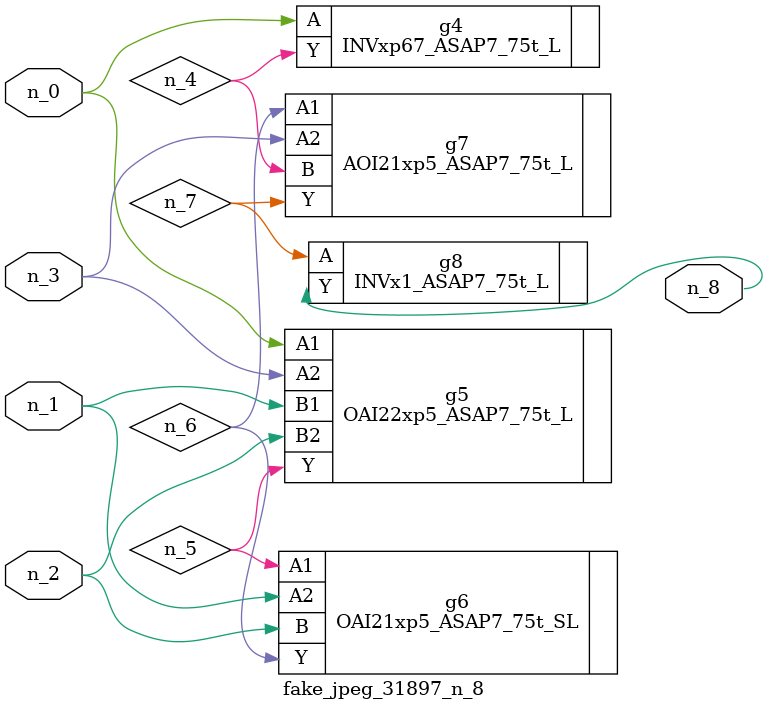
<source format=v>
module fake_jpeg_31897_n_8 (n_0, n_3, n_2, n_1, n_8);

input n_0;
input n_3;
input n_2;
input n_1;

output n_8;

wire n_4;
wire n_6;
wire n_5;
wire n_7;

INVxp67_ASAP7_75t_L g4 ( 
.A(n_0),
.Y(n_4)
);

OAI22xp5_ASAP7_75t_L g5 ( 
.A1(n_0),
.A2(n_3),
.B1(n_1),
.B2(n_2),
.Y(n_5)
);

OAI21xp5_ASAP7_75t_SL g6 ( 
.A1(n_5),
.A2(n_1),
.B(n_2),
.Y(n_6)
);

AOI21xp5_ASAP7_75t_L g7 ( 
.A1(n_6),
.A2(n_3),
.B(n_4),
.Y(n_7)
);

INVx1_ASAP7_75t_L g8 ( 
.A(n_7),
.Y(n_8)
);


endmodule
</source>
